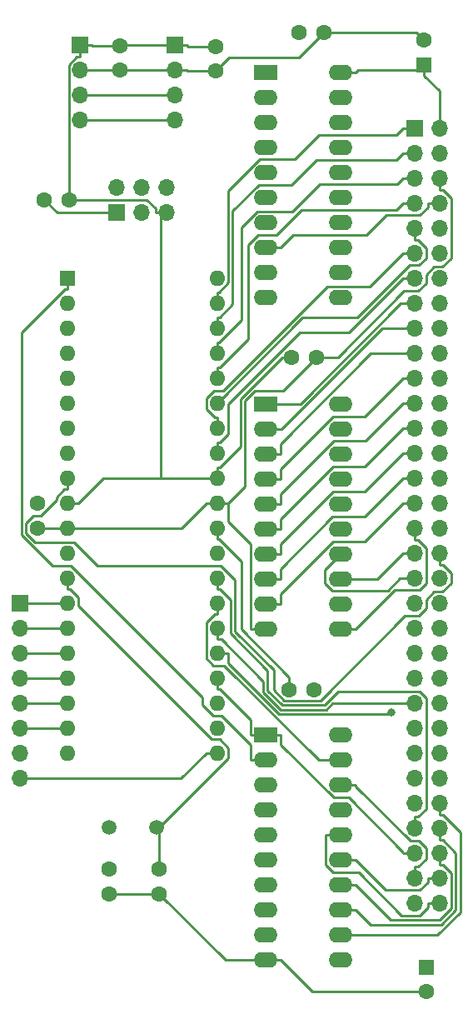
<source format=gbr>
%TF.GenerationSoftware,KiCad,Pcbnew,(6.0.2)*%
%TF.CreationDate,2022-09-22T22:37:32-07:00*%
%TF.ProjectId,Rosco I2C,526f7363-6f20-4493-9243-2e6b69636164,rev?*%
%TF.SameCoordinates,Original*%
%TF.FileFunction,Copper,L2,Bot*%
%TF.FilePolarity,Positive*%
%FSLAX46Y46*%
G04 Gerber Fmt 4.6, Leading zero omitted, Abs format (unit mm)*
G04 Created by KiCad (PCBNEW (6.0.2)) date 2022-09-22 22:37:32*
%MOMM*%
%LPD*%
G01*
G04 APERTURE LIST*
%TA.AperFunction,ComponentPad*%
%ADD10C,1.600000*%
%TD*%
%TA.AperFunction,ComponentPad*%
%ADD11R,1.700000X1.700000*%
%TD*%
%TA.AperFunction,ComponentPad*%
%ADD12O,1.700000X1.700000*%
%TD*%
%TA.AperFunction,ComponentPad*%
%ADD13R,1.600000X1.600000*%
%TD*%
%TA.AperFunction,ComponentPad*%
%ADD14R,2.400000X1.600000*%
%TD*%
%TA.AperFunction,ComponentPad*%
%ADD15O,2.400000X1.600000*%
%TD*%
%TA.AperFunction,ComponentPad*%
%ADD16O,1.600000X1.600000*%
%TD*%
%TA.AperFunction,ComponentPad*%
%ADD17C,1.500000*%
%TD*%
%TA.AperFunction,ViaPad*%
%ADD18C,0.800000*%
%TD*%
%TA.AperFunction,Conductor*%
%ADD19C,0.250000*%
%TD*%
G04 APERTURE END LIST*
D10*
%TO.P,C2,1*%
%TO.N,GND*%
X177058000Y-38100000D03*
%TO.P,C2,2*%
%TO.N,VCC*%
X179558000Y-38100000D03*
%TD*%
D11*
%TO.P,J4,1,Pin_1*%
%TO.N,GND*%
X184419000Y-39375000D03*
D12*
%TO.P,J4,2,Pin_2*%
%TO.N,/~{RESET}*%
X184419000Y-36835000D03*
%TO.P,J4,3,Pin_3*%
%TO.N,/MOSI*%
X186959000Y-39375000D03*
%TO.P,J4,4,Pin_4*%
%TO.N,/SCK*%
X186959000Y-36835000D03*
%TO.P,J4,5,Pin_5*%
%TO.N,VCC*%
X189499000Y-39375000D03*
%TO.P,J4,6,Pin_6*%
%TO.N,/MISO*%
X189499000Y-36835000D03*
%TD*%
D10*
%TO.P,C3,1*%
%TO.N,VCC*%
X201950000Y-87884000D03*
%TO.P,C3,2*%
%TO.N,GND*%
X204450000Y-87884000D03*
%TD*%
D13*
%TO.P,C12,1*%
%TO.N,VCC*%
X215646000Y-24384000D03*
D10*
%TO.P,C12,2*%
%TO.N,GND*%
X215646000Y-21884000D03*
%TD*%
D13*
%TO.P,C11,1*%
%TO.N,VCC*%
X215900000Y-116078000D03*
D10*
%TO.P,C11,2*%
%TO.N,GND*%
X215900000Y-118578000D03*
%TD*%
%TO.P,C5,1*%
%TO.N,VCC*%
X202966000Y-21082000D03*
%TO.P,C5,2*%
%TO.N,GND*%
X205466000Y-21082000D03*
%TD*%
D14*
%TO.P,U2,1,A->B*%
%TO.N,/R~{W}*%
X199560000Y-92515000D03*
D15*
%TO.P,U2,2,A0*%
%TO.N,/D0*%
X199560000Y-95055000D03*
%TO.P,U2,3,A1*%
%TO.N,/D1*%
X199560000Y-97595000D03*
%TO.P,U2,4,A2*%
%TO.N,/D2*%
X199560000Y-100135000D03*
%TO.P,U2,5,A3*%
%TO.N,/D3*%
X199560000Y-102675000D03*
%TO.P,U2,6,A4*%
%TO.N,/D4*%
X199560000Y-105215000D03*
%TO.P,U2,7,A5*%
%TO.N,/D5*%
X199560000Y-107755000D03*
%TO.P,U2,8,A6*%
%TO.N,/D6*%
X199560000Y-110295000D03*
%TO.P,U2,9,A7*%
%TO.N,/D7*%
X199560000Y-112835000D03*
%TO.P,U2,10,GND*%
%TO.N,GND*%
X199560000Y-115375000D03*
%TO.P,U2,11,B7*%
%TO.N,/BUSD7*%
X207180000Y-115375000D03*
%TO.P,U2,12,B6*%
%TO.N,/BUSD6*%
X207180000Y-112835000D03*
%TO.P,U2,13,B5*%
%TO.N,/BUSD5*%
X207180000Y-110295000D03*
%TO.P,U2,14,B4*%
%TO.N,/BUSD4*%
X207180000Y-107755000D03*
%TO.P,U2,15,B3*%
%TO.N,/BUSD3*%
X207180000Y-105215000D03*
%TO.P,U2,16,B2*%
%TO.N,/BUSD2*%
X207180000Y-102675000D03*
%TO.P,U2,17,B1*%
%TO.N,/BUSD1*%
X207180000Y-100135000D03*
%TO.P,U2,18,B0*%
%TO.N,/BUSD0*%
X207180000Y-97595000D03*
%TO.P,U2,19,CE*%
%TO.N,/~{I2CENABLE}*%
X207180000Y-95055000D03*
%TO.P,U2,20,VCC*%
%TO.N,VCC*%
X207180000Y-92515000D03*
%TD*%
D11*
%TO.P,J3,1,Pin_1*%
%TO.N,VCC*%
X190350000Y-22400000D03*
D12*
%TO.P,J3,2,Pin_2*%
%TO.N,GND*%
X190350000Y-24940000D03*
%TO.P,J3,3,Pin_3*%
%TO.N,/SDA*%
X190350000Y-27480000D03*
%TO.P,J3,4,Pin_4*%
%TO.N,/SCL*%
X190350000Y-30020000D03*
%TD*%
D10*
%TO.P,C9,1*%
%TO.N,VCC*%
X184700000Y-22450000D03*
%TO.P,C9,2*%
%TO.N,GND*%
X184700000Y-24950000D03*
%TD*%
%TO.P,C4,1*%
%TO.N,VCC*%
X202204000Y-54102000D03*
%TO.P,C4,2*%
%TO.N,GND*%
X204704000Y-54102000D03*
%TD*%
D13*
%TO.P,U1,1,PB0*%
%TO.N,/D0*%
X179375000Y-46075000D03*
D16*
%TO.P,U1,2,PB1*%
%TO.N,/D1*%
X179375000Y-48615000D03*
%TO.P,U1,3,PB2*%
%TO.N,/D2*%
X179375000Y-51155000D03*
%TO.P,U1,4,PB3*%
%TO.N,/D3*%
X179375000Y-53695000D03*
%TO.P,U1,5,PB4*%
%TO.N,/D4*%
X179375000Y-56235000D03*
%TO.P,U1,6,PB5*%
%TO.N,/D5*%
X179375000Y-58775000D03*
%TO.P,U1,7,PB6*%
%TO.N,/D6*%
X179375000Y-61315000D03*
%TO.P,U1,8,PB7*%
%TO.N,/D7*%
X179375000Y-63855000D03*
%TO.P,U1,9,~{RESET}*%
%TO.N,/~{RESET}*%
X179375000Y-66395000D03*
%TO.P,U1,10,VCC*%
%TO.N,VCC*%
X179375000Y-68935000D03*
%TO.P,U1,11,GND*%
%TO.N,GND*%
X179375000Y-71475000D03*
%TO.P,U1,12,XTAL2*%
%TO.N,Net-(C6-Pad2)*%
X179375000Y-74015000D03*
%TO.P,U1,13,XTAL1*%
%TO.N,Net-(C1-Pad2)*%
X179375000Y-76555000D03*
%TO.P,U1,14,PD0*%
%TO.N,Net-(J5-Pad1)*%
X179375000Y-79095000D03*
%TO.P,U1,15,PD1*%
%TO.N,Net-(J5-Pad2)*%
X179375000Y-81635000D03*
%TO.P,U1,16,PD2*%
%TO.N,Net-(J5-Pad3)*%
X179375000Y-84175000D03*
%TO.P,U1,17,PD3*%
%TO.N,Net-(J5-Pad4)*%
X179375000Y-86715000D03*
%TO.P,U1,18,PD4*%
%TO.N,Net-(J5-Pad5)*%
X179375000Y-89255000D03*
%TO.P,U1,19,PD5*%
%TO.N,Net-(J5-Pad6)*%
X179375000Y-91795000D03*
%TO.P,U1,20,PD6*%
%TO.N,Net-(J5-Pad7)*%
X179375000Y-94335000D03*
%TO.P,U1,21,PD7*%
%TO.N,Net-(J5-Pad8)*%
X194615000Y-94335000D03*
%TO.P,U1,22,PC0*%
%TO.N,/SCL*%
X194615000Y-91795000D03*
%TO.P,U1,23,PC1*%
%TO.N,/SDA*%
X194615000Y-89255000D03*
%TO.P,U1,24,PC2*%
%TO.N,/R~{W}*%
X194615000Y-86715000D03*
%TO.P,U1,25,PC3*%
%TO.N,/~{LDS}*%
X194615000Y-84175000D03*
%TO.P,U1,26,PC4*%
%TO.N,/~{AS}*%
X194615000Y-81635000D03*
%TO.P,U1,27,PC5*%
%TO.N,/~{I2CENABLE}*%
X194615000Y-79095000D03*
%TO.P,U1,28,PC6*%
%TO.N,/~{DTACK}*%
X194615000Y-76555000D03*
%TO.P,U1,29,PC7*%
%TO.N,unconnected-(U1-Pad29)*%
X194615000Y-74015000D03*
%TO.P,U1,30,AVCC*%
%TO.N,VCC*%
X194615000Y-71475000D03*
%TO.P,U1,31,GND*%
%TO.N,GND*%
X194615000Y-68935000D03*
%TO.P,U1,32,AREF*%
%TO.N,VCC*%
X194615000Y-66395000D03*
%TO.P,U1,33,PA7*%
%TO.N,/A7*%
X194615000Y-63855000D03*
%TO.P,U1,34,PA6*%
%TO.N,/A6*%
X194615000Y-61315000D03*
%TO.P,U1,35,PA5*%
%TO.N,/A5*%
X194615000Y-58775000D03*
%TO.P,U1,36,PA4*%
%TO.N,/A4*%
X194615000Y-56235000D03*
%TO.P,U1,37,PA3*%
%TO.N,/A3*%
X194615000Y-53695000D03*
%TO.P,U1,38,PA2*%
%TO.N,/A2*%
X194615000Y-51155000D03*
%TO.P,U1,39,PA1*%
%TO.N,/A1*%
X194615000Y-48615000D03*
%TO.P,U1,40,PA0*%
%TO.N,unconnected-(U1-Pad40)*%
X194615000Y-46075000D03*
%TD*%
D10*
%TO.P,C8,1*%
%TO.N,VCC*%
X194450000Y-22500000D03*
%TO.P,C8,2*%
%TO.N,GND*%
X194450000Y-25000000D03*
%TD*%
D14*
%TO.P,U4,1,I1/CLK*%
%TO.N,/~{I2CSEL}*%
X199550000Y-25200000D03*
D15*
%TO.P,U4,2,I2*%
%TO.N,/R~{W}*%
X199550000Y-27740000D03*
%TO.P,U4,3,I3*%
%TO.N,/~{AS}*%
X199550000Y-30280000D03*
%TO.P,U4,4,I4*%
%TO.N,/~{LDS}*%
X199550000Y-32820000D03*
%TO.P,U4,5,I5*%
%TO.N,/FC0*%
X199550000Y-35360000D03*
%TO.P,U4,6,I6*%
%TO.N,/FC1*%
X199550000Y-37900000D03*
%TO.P,U4,7,I7*%
%TO.N,/FC2*%
X199550000Y-40440000D03*
%TO.P,U4,8,I8*%
%TO.N,/~{VPA}*%
X199550000Y-42980000D03*
%TO.P,U4,9,I9*%
%TO.N,unconnected-(U4-Pad9)*%
X199550000Y-45520000D03*
%TO.P,U4,10,GND*%
%TO.N,GND*%
X199550000Y-48060000D03*
%TO.P,U4,11,I10/~{OE}*%
%TO.N,unconnected-(U4-Pad11)*%
X207170000Y-48060000D03*
%TO.P,U4,12,IO8*%
%TO.N,unconnected-(U4-Pad12)*%
X207170000Y-45520000D03*
%TO.P,U4,13,IO7*%
%TO.N,unconnected-(U4-Pad13)*%
X207170000Y-42980000D03*
%TO.P,U4,14,IO6*%
%TO.N,unconnected-(U4-Pad14)*%
X207170000Y-40440000D03*
%TO.P,U4,15,IO5*%
%TO.N,unconnected-(U4-Pad15)*%
X207170000Y-37900000D03*
%TO.P,U4,16,IO4*%
%TO.N,unconnected-(U4-Pad16)*%
X207170000Y-35360000D03*
%TO.P,U4,17,I03*%
%TO.N,unconnected-(U4-Pad17)*%
X207170000Y-32820000D03*
%TO.P,U4,18,IO2*%
%TO.N,unconnected-(U4-Pad18)*%
X207170000Y-30280000D03*
%TO.P,U4,19,IO1*%
%TO.N,/~{I2CENABLE}*%
X207170000Y-27740000D03*
%TO.P,U4,20,VCC*%
%TO.N,VCC*%
X207170000Y-25200000D03*
%TD*%
D10*
%TO.P,C1,1*%
%TO.N,GND*%
X188740000Y-108642000D03*
%TO.P,C1,2*%
%TO.N,Net-(C1-Pad2)*%
X188740000Y-106142000D03*
%TD*%
D11*
%TO.P,J1,1,Pin_1*%
%TO.N,VCC*%
X180700000Y-22400000D03*
D12*
%TO.P,J1,2,Pin_2*%
%TO.N,GND*%
X180700000Y-24940000D03*
%TO.P,J1,3,Pin_3*%
%TO.N,/SDA*%
X180700000Y-27480000D03*
%TO.P,J1,4,Pin_4*%
%TO.N,/SCL*%
X180700000Y-30020000D03*
%TD*%
D14*
%TO.P,U3,1,I1/CLK*%
%TO.N,/A8*%
X199550000Y-58857500D03*
D15*
%TO.P,U3,2,I2*%
%TO.N,/A9*%
X199550000Y-61397500D03*
%TO.P,U3,3,I3*%
%TO.N,/A10*%
X199550000Y-63937500D03*
%TO.P,U3,4,I4*%
%TO.N,/A11*%
X199550000Y-66477500D03*
%TO.P,U3,5,I5*%
%TO.N,/A12*%
X199550000Y-69017500D03*
%TO.P,U3,6,I6*%
%TO.N,/A13*%
X199550000Y-71557500D03*
%TO.P,U3,7,I7*%
%TO.N,/A14*%
X199550000Y-74097500D03*
%TO.P,U3,8,I8*%
%TO.N,/A15*%
X199550000Y-76637500D03*
%TO.P,U3,9,I9*%
%TO.N,/A16*%
X199550000Y-79177500D03*
%TO.P,U3,10,GND*%
%TO.N,GND*%
X199550000Y-81717500D03*
%TO.P,U3,11,I10/~{OE}*%
%TO.N,/A17*%
X207170000Y-81717500D03*
%TO.P,U3,12,IO8*%
%TO.N,/~{I2CSEL}*%
X207170000Y-79177500D03*
%TO.P,U3,13,IO7*%
%TO.N,/A18*%
X207170000Y-76637500D03*
%TO.P,U3,14,IO6*%
%TO.N,/A19*%
X207170000Y-74097500D03*
%TO.P,U3,15,IO5*%
%TO.N,/A20*%
X207170000Y-71557500D03*
%TO.P,U3,16,IO4*%
%TO.N,/A21*%
X207170000Y-69017500D03*
%TO.P,U3,17,I03*%
%TO.N,/A22*%
X207170000Y-66477500D03*
%TO.P,U3,18,IO2*%
%TO.N,/A23*%
X207170000Y-63937500D03*
%TO.P,U3,19,IO1*%
%TO.N,unconnected-(U3-Pad19)*%
X207170000Y-61397500D03*
%TO.P,U3,20,VCC*%
%TO.N,VCC*%
X207170000Y-58857500D03*
%TD*%
D10*
%TO.P,C6,1*%
%TO.N,GND*%
X183660000Y-108642000D03*
%TO.P,C6,2*%
%TO.N,Net-(C6-Pad2)*%
X183660000Y-106142000D03*
%TD*%
%TO.P,C7,1*%
%TO.N,VCC*%
X176300000Y-68950000D03*
%TO.P,C7,2*%
%TO.N,GND*%
X176300000Y-71450000D03*
%TD*%
D11*
%TO.P,J2,1,Pin_1*%
%TO.N,/A1*%
X214662000Y-30866000D03*
D12*
%TO.P,J2,2,Pin_2*%
%TO.N,VCC*%
X217202000Y-30866000D03*
%TO.P,J2,3,Pin_3*%
%TO.N,/A2*%
X214662000Y-33406000D03*
%TO.P,J2,4,Pin_4*%
%TO.N,/CLK*%
X217202000Y-33406000D03*
%TO.P,J2,5,Pin_5*%
%TO.N,/A3*%
X214662000Y-35946000D03*
%TO.P,J2,6,Pin_6*%
%TO.N,GND*%
X217202000Y-35946000D03*
%TO.P,J2,7,Pin_7*%
%TO.N,/A4*%
X214662000Y-38486000D03*
%TO.P,J2,8,Pin_8*%
%TO.N,/~{VPA}*%
X217202000Y-38486000D03*
%TO.P,J2,9,Pin_9*%
%TO.N,/A5*%
X214662000Y-41026000D03*
%TO.P,J2,10,Pin_10*%
%TO.N,/E*%
X217202000Y-41026000D03*
%TO.P,J2,11,Pin_11*%
%TO.N,/A6*%
X214662000Y-43566000D03*
%TO.P,J2,12,Pin_12*%
%TO.N,/~{VMA}*%
X217202000Y-43566000D03*
%TO.P,J2,13,Pin_13*%
%TO.N,/A7*%
X214662000Y-46106000D03*
%TO.P,J2,14,Pin_14*%
%TO.N,/~{IRQ3}*%
X217202000Y-46106000D03*
%TO.P,J2,15,Pin_15*%
%TO.N,/A8*%
X214662000Y-48646000D03*
%TO.P,J2,16,Pin_16*%
%TO.N,/~{IOSEL}*%
X217202000Y-48646000D03*
%TO.P,J2,17,Pin_17*%
%TO.N,/A9*%
X214662000Y-51186000D03*
%TO.P,J2,18,Pin_18*%
%TO.N,/~{EXPSEL}*%
X217202000Y-51186000D03*
%TO.P,J2,19,Pin_19*%
%TO.N,/A10*%
X214662000Y-53726000D03*
%TO.P,J2,20,Pin_20*%
%TO.N,/FC0*%
X217202000Y-53726000D03*
%TO.P,J2,21,Pin_21*%
%TO.N,/A11*%
X214662000Y-56266000D03*
%TO.P,J2,22,Pin_22*%
%TO.N,/FC1*%
X217202000Y-56266000D03*
%TO.P,J2,23,Pin_23*%
%TO.N,/A12*%
X214662000Y-58806000D03*
%TO.P,J2,24,Pin_24*%
%TO.N,/FC2*%
X217202000Y-58806000D03*
%TO.P,J2,25,Pin_25*%
%TO.N,/A13*%
X214662000Y-61346000D03*
%TO.P,J2,26,Pin_26*%
%TO.N,/~{IRQ5}*%
X217202000Y-61346000D03*
%TO.P,J2,27,Pin_27*%
%TO.N,/A14*%
X214662000Y-63886000D03*
%TO.P,J2,28,Pin_28*%
%TO.N,/~{IRQ2}*%
X217202000Y-63886000D03*
%TO.P,J2,29,Pin_29*%
%TO.N,/A15*%
X214662000Y-66426000D03*
%TO.P,J2,30,Pin_30*%
%TO.N,/~{IRQ6}*%
X217202000Y-66426000D03*
%TO.P,J2,31,Pin_31*%
%TO.N,/A16*%
X214662000Y-68966000D03*
%TO.P,J2,32,Pin_32*%
%TO.N,/~{LDS}*%
X217202000Y-68966000D03*
%TO.P,J2,33,Pin_33*%
%TO.N,/A17*%
X214662000Y-71506000D03*
%TO.P,J2,34,Pin_34*%
%TO.N,/~{UDS}*%
X217202000Y-71506000D03*
%TO.P,J2,35,Pin_35*%
%TO.N,/A18*%
X214662000Y-74046000D03*
%TO.P,J2,36,Pin_36*%
%TO.N,/~{RESET}*%
X217202000Y-74046000D03*
%TO.P,J2,37,Pin_37*%
%TO.N,/A19*%
X214662000Y-76586000D03*
%TO.P,J2,38,Pin_38*%
%TO.N,/D15*%
X217202000Y-76586000D03*
%TO.P,J2,39,Pin_39*%
%TO.N,/A20*%
X214662000Y-79126000D03*
%TO.P,J2,40,Pin_40*%
%TO.N,/D14*%
X217202000Y-79126000D03*
%TO.P,J2,41,Pin_41*%
%TO.N,/A21*%
X214662000Y-81666000D03*
%TO.P,J2,42,Pin_42*%
%TO.N,/D13*%
X217202000Y-81666000D03*
%TO.P,J2,43,Pin_43*%
%TO.N,/A22*%
X214662000Y-84206000D03*
%TO.P,J2,44,Pin_44*%
%TO.N,/D12*%
X217202000Y-84206000D03*
%TO.P,J2,45,Pin_45*%
%TO.N,/A23*%
X214662000Y-86746000D03*
%TO.P,J2,46,Pin_46*%
%TO.N,/D11*%
X217202000Y-86746000D03*
%TO.P,J2,47,Pin_47*%
%TO.N,/~{AS}*%
X214662000Y-89286000D03*
%TO.P,J2,48,Pin_48*%
%TO.N,/D10*%
X217202000Y-89286000D03*
%TO.P,J2,49,Pin_49*%
%TO.N,/~{BERR}*%
X214662000Y-91826000D03*
%TO.P,J2,50,Pin_50*%
%TO.N,/D9*%
X217202000Y-91826000D03*
%TO.P,J2,51,Pin_51*%
%TO.N,/~{BG}*%
X214662000Y-94366000D03*
%TO.P,J2,52,Pin_52*%
%TO.N,/D8*%
X217202000Y-94366000D03*
%TO.P,J2,53,Pin_53*%
%TO.N,/~{BGACK}*%
X214662000Y-96906000D03*
%TO.P,J2,54,Pin_54*%
%TO.N,/BUSD7*%
X217202000Y-96906000D03*
%TO.P,J2,55,Pin_55*%
%TO.N,/~{BR}*%
X214662000Y-99446000D03*
%TO.P,J2,56,Pin_56*%
%TO.N,/BUSD6*%
X217202000Y-99446000D03*
%TO.P,J2,57,Pin_57*%
%TO.N,/~{DTACK}*%
X214662000Y-101986000D03*
%TO.P,J2,58,Pin_58*%
%TO.N,/BUSD5*%
X217202000Y-101986000D03*
%TO.P,J2,59,Pin_59*%
%TO.N,/R~{W}*%
X214662000Y-104526000D03*
%TO.P,J2,60,Pin_60*%
%TO.N,/BUSD4*%
X217202000Y-104526000D03*
%TO.P,J2,61,Pin_61*%
%TO.N,/BUSD0*%
X214662000Y-107066000D03*
%TO.P,J2,62,Pin_62*%
%TO.N,/BUSD3*%
X217202000Y-107066000D03*
%TO.P,J2,63,Pin_63*%
%TO.N,/BUSD1*%
X214662000Y-109606000D03*
%TO.P,J2,64,Pin_64*%
%TO.N,/BUSD2*%
X217202000Y-109606000D03*
%TD*%
D11*
%TO.P,J5,1,Pin_1*%
%TO.N,Net-(J5-Pad1)*%
X174525000Y-79125000D03*
D12*
%TO.P,J5,2,Pin_2*%
%TO.N,Net-(J5-Pad2)*%
X174525000Y-81665000D03*
%TO.P,J5,3,Pin_3*%
%TO.N,Net-(J5-Pad3)*%
X174525000Y-84205000D03*
%TO.P,J5,4,Pin_4*%
%TO.N,Net-(J5-Pad4)*%
X174525000Y-86745000D03*
%TO.P,J5,5,Pin_5*%
%TO.N,Net-(J5-Pad5)*%
X174525000Y-89285000D03*
%TO.P,J5,6,Pin_6*%
%TO.N,Net-(J5-Pad6)*%
X174525000Y-91825000D03*
%TO.P,J5,7,Pin_7*%
%TO.N,Net-(J5-Pad7)*%
X174525000Y-94365000D03*
%TO.P,J5,8,Pin_8*%
%TO.N,Net-(J5-Pad8)*%
X174525000Y-96905000D03*
%TD*%
D17*
%TO.P,Y1,1,1*%
%TO.N,Net-(C6-Pad2)*%
X183600000Y-101850000D03*
%TO.P,Y1,2,2*%
%TO.N,Net-(C1-Pad2)*%
X188480000Y-101850000D03*
%TD*%
D18*
%TO.N,/~{LDS}*%
X212332500Y-90219700D03*
%TD*%
D19*
%TO.N,Net-(J5-Pad8)*%
X190919700Y-96905000D02*
X193489700Y-94335000D01*
X174525000Y-96905000D02*
X190919700Y-96905000D01*
X194615000Y-94335000D02*
X193489700Y-94335000D01*
%TO.N,Net-(J5-Pad6)*%
X178219700Y-91825000D02*
X178249700Y-91795000D01*
X174525000Y-91825000D02*
X178219700Y-91825000D01*
X179375000Y-91795000D02*
X178249700Y-91795000D01*
%TO.N,Net-(J5-Pad5)*%
X178219700Y-89285000D02*
X178249700Y-89255000D01*
X174525000Y-89285000D02*
X178219700Y-89285000D01*
X179375000Y-89255000D02*
X178249700Y-89255000D01*
%TO.N,Net-(J5-Pad4)*%
X178219700Y-86745000D02*
X178249700Y-86715000D01*
X174525000Y-86745000D02*
X178219700Y-86745000D01*
X179375000Y-86715000D02*
X178249700Y-86715000D01*
%TO.N,Net-(J5-Pad3)*%
X178219700Y-84205000D02*
X178249700Y-84175000D01*
X174525000Y-84205000D02*
X178219700Y-84205000D01*
X179375000Y-84175000D02*
X178249700Y-84175000D01*
%TO.N,Net-(J5-Pad2)*%
X178219700Y-81665000D02*
X178249700Y-81635000D01*
X174525000Y-81665000D02*
X178219700Y-81665000D01*
X179375000Y-81635000D02*
X178249700Y-81635000D01*
%TO.N,Net-(J5-Pad1)*%
X178219700Y-79125000D02*
X178249700Y-79095000D01*
X174525000Y-79125000D02*
X178219700Y-79125000D01*
X179375000Y-79095000D02*
X178249700Y-79095000D01*
%TO.N,/~{I2CENABLE}*%
X207180000Y-95055000D02*
X205654700Y-95055000D01*
X194615000Y-79095000D02*
X194615000Y-80220300D01*
X204931400Y-95055000D02*
X205654700Y-95055000D01*
X195321400Y-85445000D02*
X204931400Y-95055000D01*
X194229600Y-85445000D02*
X195321400Y-85445000D01*
X193489700Y-84705100D02*
X194229600Y-85445000D01*
X193489700Y-81064200D02*
X193489700Y-84705100D01*
X194333600Y-80220300D02*
X193489700Y-81064200D01*
X194615000Y-80220300D02*
X194333600Y-80220300D01*
%TO.N,Net-(C1-Pad2)*%
X179375000Y-76555000D02*
X179375000Y-77680300D01*
X188726300Y-106128300D02*
X188740000Y-106142000D01*
X188726300Y-101850000D02*
X188726300Y-106128300D01*
X188480000Y-101850000D02*
X188726300Y-101850000D01*
X179656400Y-77680300D02*
X179375000Y-77680300D01*
X180500300Y-78524200D02*
X179656400Y-77680300D01*
X180500300Y-79352300D02*
X180500300Y-78524200D01*
X194068400Y-92920400D02*
X180500300Y-79352300D01*
X194845800Y-92920400D02*
X194068400Y-92920400D01*
X195767300Y-93841900D02*
X194845800Y-92920400D01*
X195767300Y-94809000D02*
X195767300Y-93841900D01*
X188726300Y-101850000D02*
X195767300Y-94809000D01*
%TO.N,/D0*%
X198034700Y-93529700D02*
X198034700Y-95055000D01*
X195030000Y-90525000D02*
X198034700Y-93529700D01*
X194213200Y-90525000D02*
X195030000Y-90525000D01*
X193076400Y-89388200D02*
X194213200Y-90525000D01*
X193076400Y-88642500D02*
X193076400Y-89388200D01*
X179718800Y-75284900D02*
X193076400Y-88642500D01*
X177849900Y-75284900D02*
X179718800Y-75284900D01*
X174691800Y-72126800D02*
X177849900Y-75284900D01*
X174691800Y-51602200D02*
X174691800Y-72126800D01*
X179093700Y-47200300D02*
X174691800Y-51602200D01*
X179375000Y-47200300D02*
X179093700Y-47200300D01*
X179375000Y-46075000D02*
X179375000Y-47200300D01*
X199560000Y-95055000D02*
X198034700Y-95055000D01*
%TO.N,/BUSD2*%
X205654700Y-105721300D02*
X205654700Y-102675000D01*
X206418400Y-106485000D02*
X205654700Y-105721300D01*
X208996600Y-106485000D02*
X206418400Y-106485000D01*
X213335800Y-110824200D02*
X208996600Y-106485000D01*
X215175500Y-110824200D02*
X213335800Y-110824200D01*
X216026700Y-109973000D02*
X215175500Y-110824200D01*
X216026700Y-109606000D02*
X216026700Y-109973000D01*
X217202000Y-109606000D02*
X216026700Y-109606000D01*
X207180000Y-102675000D02*
X205654700Y-102675000D01*
%TO.N,/BUSD3*%
X211752100Y-108261800D02*
X208705300Y-105215000D01*
X215198200Y-108261800D02*
X211752100Y-108261800D01*
X216026700Y-107433300D02*
X215198200Y-108261800D01*
X216026700Y-107066000D02*
X216026700Y-107433300D01*
X217202000Y-107066000D02*
X216026700Y-107066000D01*
X207180000Y-105215000D02*
X208705300Y-105215000D01*
%TO.N,/BUSD0*%
X208705300Y-97730400D02*
X208705300Y-97595000D01*
X214230900Y-103256000D02*
X208705300Y-97730400D01*
X215093000Y-103256000D02*
X214230900Y-103256000D01*
X215837400Y-104000400D02*
X215093000Y-103256000D01*
X215837400Y-105082600D02*
X215837400Y-104000400D01*
X215029300Y-105890700D02*
X215837400Y-105082600D01*
X214662000Y-105890700D02*
X215029300Y-105890700D01*
X214662000Y-107066000D02*
X214662000Y-105890700D01*
X207180000Y-97595000D02*
X208705300Y-97595000D01*
%TO.N,/BUSD4*%
X217202000Y-104526000D02*
X217202000Y-105701300D01*
X207180000Y-107755000D02*
X208705300Y-107755000D01*
X212224800Y-111274500D02*
X208705300Y-107755000D01*
X217229700Y-111274500D02*
X212224800Y-111274500D01*
X218387500Y-110116700D02*
X217229700Y-111274500D01*
X218387500Y-106519500D02*
X218387500Y-110116700D01*
X217569300Y-105701300D02*
X218387500Y-106519500D01*
X217202000Y-105701300D02*
X217569300Y-105701300D01*
%TO.N,/R~{W}*%
X201085300Y-93499600D02*
X201085300Y-92515000D01*
X206450700Y-98865000D02*
X201085300Y-93499600D01*
X207972600Y-98865000D02*
X206450700Y-98865000D01*
X213486700Y-104379100D02*
X207972600Y-98865000D01*
X213486700Y-104526000D02*
X213486700Y-104379100D01*
X214662000Y-104526000D02*
X213486700Y-104526000D01*
X199560000Y-92515000D02*
X201085300Y-92515000D01*
X198034700Y-90989700D02*
X198034700Y-92515000D01*
X194885300Y-87840300D02*
X198034700Y-90989700D01*
X194615000Y-87840300D02*
X194885300Y-87840300D01*
X194615000Y-86715000D02*
X194615000Y-87840300D01*
X199560000Y-92515000D02*
X198034700Y-92515000D01*
%TO.N,/BUSD5*%
X210174100Y-111763800D02*
X208705300Y-110295000D01*
X217377300Y-111763800D02*
X210174100Y-111763800D01*
X218877600Y-110263500D02*
X217377300Y-111763800D01*
X218877600Y-104469600D02*
X218877600Y-110263500D01*
X217569300Y-103161300D02*
X218877600Y-104469600D01*
X217202000Y-103161300D02*
X217569300Y-103161300D01*
X217202000Y-101986000D02*
X217202000Y-103161300D01*
X207180000Y-110295000D02*
X208705300Y-110295000D01*
%TO.N,/~{DTACK}*%
X214662000Y-101986000D02*
X214662000Y-100810700D01*
X194615000Y-76555000D02*
X194615000Y-77680300D01*
X215029300Y-100810700D02*
X214662000Y-100810700D01*
X215837400Y-100002600D02*
X215029300Y-100810700D01*
X215837400Y-88760400D02*
X215837400Y-100002600D01*
X215186000Y-88109000D02*
X215837400Y-88760400D01*
X206868000Y-88109000D02*
X215186000Y-88109000D01*
X205516100Y-89460900D02*
X206868000Y-88109000D01*
X201248000Y-89460900D02*
X205516100Y-89460900D01*
X199745100Y-87958000D02*
X201248000Y-89460900D01*
X199745100Y-85930900D02*
X199745100Y-87958000D01*
X195965500Y-82151300D02*
X199745100Y-85930900D01*
X195965500Y-78749400D02*
X195965500Y-82151300D01*
X194896400Y-77680300D02*
X195965500Y-78749400D01*
X194615000Y-77680300D02*
X194896400Y-77680300D01*
%TO.N,/BUSD6*%
X216992800Y-112835000D02*
X207180000Y-112835000D01*
X219328000Y-110499800D02*
X216992800Y-112835000D01*
X219328000Y-102380000D02*
X219328000Y-110499800D01*
X217569300Y-100621300D02*
X219328000Y-102380000D01*
X217202000Y-100621300D02*
X217569300Y-100621300D01*
X217202000Y-99446000D02*
X217202000Y-100621300D01*
%TO.N,/~{AS}*%
X214662000Y-89286000D02*
X213486700Y-89286000D01*
X194615000Y-81635000D02*
X194615000Y-82760300D01*
X206328000Y-89286000D02*
X213486700Y-89286000D01*
X205702800Y-89911200D02*
X206328000Y-89286000D01*
X201061400Y-89911200D02*
X205702800Y-89911200D01*
X199294800Y-88144600D02*
X201061400Y-89911200D01*
X199294800Y-87018100D02*
X199294800Y-88144600D01*
X195037000Y-82760300D02*
X199294800Y-87018100D01*
X194615000Y-82760300D02*
X195037000Y-82760300D01*
%TO.N,/A19*%
X205589200Y-75678300D02*
X207170000Y-74097500D01*
X205589200Y-77099500D02*
X205589200Y-75678300D01*
X206288700Y-77799000D02*
X205589200Y-77099500D01*
X211976900Y-77799000D02*
X206288700Y-77799000D01*
X213189900Y-76586000D02*
X211976900Y-77799000D01*
X214662000Y-76586000D02*
X213189900Y-76586000D01*
%TO.N,/~{RESET}*%
X217202000Y-74046000D02*
X217202000Y-75221300D01*
X179375000Y-66395000D02*
X179375000Y-67520300D01*
X179074700Y-67520300D02*
X179375000Y-67520300D01*
X178249700Y-68345300D02*
X179074700Y-67520300D01*
X178249700Y-68620500D02*
X178249700Y-68345300D01*
X176670200Y-70200000D02*
X178249700Y-68620500D01*
X175946000Y-70200000D02*
X176670200Y-70200000D01*
X175157800Y-70988200D02*
X175946000Y-70200000D01*
X175157800Y-71955800D02*
X175157800Y-70988200D01*
X176091700Y-72889700D02*
X175157800Y-71955800D01*
X180049900Y-72889700D02*
X176091700Y-72889700D01*
X182445200Y-75285000D02*
X180049900Y-72889700D01*
X194989700Y-75285000D02*
X182445200Y-75285000D01*
X196430500Y-76725800D02*
X194989700Y-75285000D01*
X196430500Y-81979400D02*
X196430500Y-76725800D01*
X200354700Y-85903600D02*
X196430500Y-81979400D01*
X200354700Y-87930700D02*
X200354700Y-85903600D01*
X201434600Y-89010600D02*
X200354700Y-87930700D01*
X205104600Y-89010600D02*
X201434600Y-89010600D01*
X213719200Y-80396000D02*
X205104600Y-89010600D01*
X215076200Y-80396000D02*
X213719200Y-80396000D01*
X215898600Y-79573600D02*
X215076200Y-80396000D01*
X215898600Y-78728400D02*
X215898600Y-79573600D01*
X216676400Y-77950600D02*
X215898600Y-78728400D01*
X217525300Y-77950600D02*
X216676400Y-77950600D01*
X218394400Y-77081500D02*
X217525300Y-77950600D01*
X218394400Y-76046400D02*
X218394400Y-77081500D01*
X217569300Y-75221300D02*
X218394400Y-76046400D01*
X217202000Y-75221300D02*
X217569300Y-75221300D01*
%TO.N,/A18*%
X210895200Y-76637500D02*
X207170000Y-76637500D01*
X213486700Y-74046000D02*
X210895200Y-76637500D01*
X214662000Y-74046000D02*
X213486700Y-74046000D01*
%TO.N,/A17*%
X212642500Y-77770300D02*
X208695300Y-81717500D01*
X215169600Y-77770300D02*
X212642500Y-77770300D01*
X215862200Y-77077700D02*
X215169600Y-77770300D01*
X215862200Y-73514200D02*
X215862200Y-77077700D01*
X215029300Y-72681300D02*
X215862200Y-73514200D01*
X214662000Y-72681300D02*
X215029300Y-72681300D01*
X214662000Y-71506000D02*
X214662000Y-72681300D01*
X207170000Y-81717500D02*
X208695300Y-81717500D01*
%TO.N,/~{LDS}*%
X194615000Y-84175000D02*
X195740300Y-84175000D01*
X212190700Y-90361500D02*
X212332500Y-90219700D01*
X200874800Y-90361500D02*
X212190700Y-90361500D01*
X195740300Y-85227000D02*
X200874800Y-90361500D01*
X195740300Y-84175000D02*
X195740300Y-85227000D01*
%TO.N,/A16*%
X201075300Y-78128900D02*
X201075300Y-79177500D01*
X206376700Y-72827500D02*
X201075300Y-78128900D01*
X209625200Y-72827500D02*
X206376700Y-72827500D01*
X213486700Y-68966000D02*
X209625200Y-72827500D01*
X214662000Y-68966000D02*
X213486700Y-68966000D01*
X199550000Y-79177500D02*
X201075300Y-79177500D01*
%TO.N,/A15*%
X201075300Y-75588900D02*
X201075300Y-76637500D01*
X206333600Y-70330600D02*
X201075300Y-75588900D01*
X209582100Y-70330600D02*
X206333600Y-70330600D01*
X213486700Y-66426000D02*
X209582100Y-70330600D01*
X214662000Y-66426000D02*
X213486700Y-66426000D01*
X199550000Y-76637500D02*
X201075300Y-76637500D01*
%TO.N,/A14*%
X201075300Y-73048900D02*
X201075300Y-74097500D01*
X206376700Y-67747500D02*
X201075300Y-73048900D01*
X209625200Y-67747500D02*
X206376700Y-67747500D01*
X213486700Y-63886000D02*
X209625200Y-67747500D01*
X214662000Y-63886000D02*
X213486700Y-63886000D01*
X199550000Y-74097500D02*
X201075300Y-74097500D01*
%TO.N,/A13*%
X201075300Y-70508900D02*
X201075300Y-71557500D01*
X206376700Y-65207500D02*
X201075300Y-70508900D01*
X209625200Y-65207500D02*
X206376700Y-65207500D01*
X213486700Y-61346000D02*
X209625200Y-65207500D01*
X214662000Y-61346000D02*
X213486700Y-61346000D01*
X199550000Y-71557500D02*
X201075300Y-71557500D01*
%TO.N,/A12*%
X209725500Y-62567200D02*
X213486700Y-58806000D01*
X206477000Y-62567200D02*
X209725500Y-62567200D01*
X201075300Y-67968900D02*
X206477000Y-62567200D01*
X201075300Y-69017500D02*
X201075300Y-67968900D01*
X199550000Y-69017500D02*
X201075300Y-69017500D01*
X214662000Y-58806000D02*
X213486700Y-58806000D01*
%TO.N,/A11*%
X201075300Y-65476500D02*
X201075300Y-66477500D01*
X206424300Y-60127500D02*
X201075300Y-65476500D01*
X209625200Y-60127500D02*
X206424300Y-60127500D01*
X213486700Y-56266000D02*
X209625200Y-60127500D01*
X214662000Y-56266000D02*
X213486700Y-56266000D01*
X199550000Y-66477500D02*
X201075300Y-66477500D01*
%TO.N,/A10*%
X201075300Y-62888900D02*
X201075300Y-63937500D01*
X210238200Y-53726000D02*
X201075300Y-62888900D01*
X214662000Y-53726000D02*
X210238200Y-53726000D01*
X199550000Y-63937500D02*
X201075300Y-63937500D01*
%TO.N,/A9*%
X199550000Y-61397500D02*
X201075300Y-61397500D01*
X211377300Y-51186000D02*
X214662000Y-51186000D01*
X201165800Y-61397500D02*
X211377300Y-51186000D01*
X201075300Y-61397500D02*
X201165800Y-61397500D01*
%TO.N,/A8*%
X203068900Y-58857500D02*
X199550000Y-58857500D01*
X213280400Y-48646000D02*
X203068900Y-58857500D01*
X214662000Y-48646000D02*
X213280400Y-48646000D01*
%TO.N,/A7*%
X194896400Y-62729700D02*
X194615000Y-62729700D01*
X195740300Y-61885800D02*
X194896400Y-62729700D01*
X195740300Y-58888300D02*
X195740300Y-61885800D01*
X203031200Y-51597400D02*
X195740300Y-58888300D01*
X207995300Y-51597400D02*
X203031200Y-51597400D01*
X213486700Y-46106000D02*
X207995300Y-51597400D01*
X214662000Y-46106000D02*
X213486700Y-46106000D01*
X194615000Y-63855000D02*
X194615000Y-62729700D01*
%TO.N,/A6*%
X194333600Y-60189700D02*
X194615000Y-60189700D01*
X193489700Y-59345800D02*
X194333600Y-60189700D01*
X193489700Y-58308500D02*
X193489700Y-59345800D01*
X194293200Y-57505000D02*
X193489700Y-58308500D01*
X195248100Y-57505000D02*
X194293200Y-57505000D01*
X205818400Y-46934700D02*
X195248100Y-57505000D01*
X210118000Y-46934700D02*
X205818400Y-46934700D01*
X213486700Y-43566000D02*
X210118000Y-46934700D01*
X214662000Y-43566000D02*
X213486700Y-43566000D01*
X194615000Y-61315000D02*
X194615000Y-60189700D01*
%TO.N,/A5*%
X203303600Y-50086400D02*
X194615000Y-58775000D01*
X208869400Y-50086400D02*
X203303600Y-50086400D01*
X214214400Y-44741400D02*
X208869400Y-50086400D01*
X215151400Y-44741400D02*
X214214400Y-44741400D01*
X215837400Y-44055400D02*
X215151400Y-44741400D01*
X215837400Y-43009400D02*
X215837400Y-44055400D01*
X215029300Y-42201300D02*
X215837400Y-43009400D01*
X214662000Y-42201300D02*
X215029300Y-42201300D01*
X214662000Y-41026000D02*
X214662000Y-42201300D01*
%TO.N,/~{VPA}*%
X202345300Y-41710000D02*
X201075300Y-42980000D01*
X209796400Y-41710000D02*
X202345300Y-41710000D01*
X211845100Y-39661300D02*
X209796400Y-41710000D01*
X215218800Y-39661300D02*
X211845100Y-39661300D01*
X216026700Y-38853400D02*
X215218800Y-39661300D01*
X216026700Y-38486000D02*
X216026700Y-38853400D01*
X217202000Y-38486000D02*
X216026700Y-38486000D01*
X199550000Y-42980000D02*
X201075300Y-42980000D01*
%TO.N,/A4*%
X194896300Y-55109700D02*
X194615000Y-55109700D01*
X197759500Y-52246500D02*
X194896300Y-55109700D01*
X197759500Y-42706600D02*
X197759500Y-52246500D01*
X198755900Y-41710200D02*
X197759500Y-42706600D01*
X200624800Y-41710200D02*
X198755900Y-41710200D01*
X203216600Y-39118400D02*
X200624800Y-41710200D01*
X212854300Y-39118400D02*
X203216600Y-39118400D01*
X213486700Y-38486000D02*
X212854300Y-39118400D01*
X214662000Y-38486000D02*
X213486700Y-38486000D01*
X194615000Y-56235000D02*
X194615000Y-55109700D01*
%TO.N,/A3*%
X194615000Y-53695000D02*
X194615000Y-52569700D01*
X214662000Y-35946000D02*
X213486700Y-35946000D01*
X194819300Y-52569700D02*
X194615000Y-52569700D01*
X197091200Y-50297800D02*
X194819300Y-52569700D01*
X197091200Y-40890200D02*
X197091200Y-50297800D01*
X198666800Y-39314600D02*
X197091200Y-40890200D01*
X202229700Y-39314600D02*
X198666800Y-39314600D01*
X205007900Y-36536400D02*
X202229700Y-39314600D01*
X212896300Y-36536400D02*
X205007900Y-36536400D01*
X213486700Y-35946000D02*
X212896300Y-36536400D01*
%TO.N,/A2*%
X214662000Y-33406000D02*
X213486700Y-33406000D01*
X194615000Y-51155000D02*
X194615000Y-50029700D01*
X194896400Y-50029700D02*
X194615000Y-50029700D01*
X196190600Y-48735500D02*
X194896400Y-50029700D01*
X196190600Y-39262300D02*
X196190600Y-48735500D01*
X198822900Y-36630000D02*
X196190600Y-39262300D01*
X202125300Y-36630000D02*
X198822900Y-36630000D01*
X204716900Y-34038400D02*
X202125300Y-36630000D01*
X212854300Y-34038400D02*
X204716900Y-34038400D01*
X213486700Y-33406000D02*
X212854300Y-34038400D01*
%TO.N,/A1*%
X214662000Y-30866000D02*
X213486700Y-30866000D01*
X194615000Y-48615000D02*
X194615000Y-47489700D01*
X194791900Y-47489700D02*
X194615000Y-47489700D01*
X195740300Y-46541300D02*
X194791900Y-47489700D01*
X195740300Y-37172600D02*
X195740300Y-46541300D01*
X198967500Y-33945400D02*
X195740300Y-37172600D01*
X202519900Y-33945400D02*
X198967500Y-33945400D01*
X204915300Y-31550000D02*
X202519900Y-33945400D01*
X212802700Y-31550000D02*
X204915300Y-31550000D01*
X213486700Y-30866000D02*
X212802700Y-31550000D01*
%TO.N,/SCL*%
X180700000Y-30020000D02*
X190350000Y-30020000D01*
%TO.N,/SDA*%
X180700000Y-27480000D02*
X190350000Y-27480000D01*
%TO.N,GND*%
X183660000Y-108642000D02*
X188740000Y-108642000D01*
X191585300Y-25000000D02*
X191525300Y-24940000D01*
X194450000Y-25000000D02*
X191585300Y-25000000D01*
X190350000Y-24940000D02*
X191525300Y-24940000D01*
X190350000Y-24940000D02*
X189174700Y-24940000D01*
X184700000Y-24945000D02*
X184700000Y-24950000D01*
X184695000Y-24940000D02*
X184700000Y-24945000D01*
X180700000Y-24940000D02*
X184695000Y-24940000D01*
X189169700Y-24945000D02*
X189174700Y-24940000D01*
X184700000Y-24945000D02*
X189169700Y-24945000D01*
X178333000Y-39375000D02*
X184419000Y-39375000D01*
X177058000Y-38100000D02*
X178333000Y-39375000D01*
X199550000Y-81717500D02*
X198024700Y-81717500D01*
X214844000Y-21082000D02*
X215646000Y-21884000D01*
X205466000Y-21082000D02*
X214844000Y-21082000D01*
X195824600Y-23625400D02*
X194450000Y-25000000D01*
X202922600Y-23625400D02*
X195824600Y-23625400D01*
X205466000Y-21082000D02*
X202922600Y-23625400D01*
X217202000Y-35946000D02*
X217202000Y-37121300D01*
X217569300Y-37121300D02*
X217202000Y-37121300D01*
X218377400Y-37929400D02*
X217569300Y-37121300D01*
X218377400Y-44054800D02*
X218377400Y-37929400D01*
X217501600Y-44930600D02*
X218377400Y-44054800D01*
X216676400Y-44930600D02*
X217501600Y-44930600D01*
X215837400Y-45769600D02*
X216676400Y-44930600D01*
X215837400Y-46595400D02*
X215837400Y-45769600D01*
X215056800Y-47376000D02*
X215837400Y-46595400D01*
X213608900Y-47376000D02*
X215056800Y-47376000D01*
X206882900Y-54102000D02*
X213608900Y-47376000D01*
X204704000Y-54102000D02*
X206882900Y-54102000D01*
X190949700Y-71475000D02*
X179375000Y-71475000D01*
X193489700Y-68935000D02*
X190949700Y-71475000D01*
X194615000Y-68935000D02*
X193489700Y-68935000D01*
X178224700Y-71450000D02*
X178249700Y-71475000D01*
X176300000Y-71450000D02*
X178224700Y-71450000D01*
X179375000Y-71475000D02*
X178249700Y-71475000D01*
X197413500Y-67261800D02*
X195740300Y-68935000D01*
X197413500Y-58526600D02*
X197413500Y-67261800D01*
X198443000Y-57497100D02*
X197413500Y-58526600D01*
X201308900Y-57497100D02*
X198443000Y-57497100D01*
X204704000Y-54102000D02*
X201308900Y-57497100D01*
X194615000Y-68935000D02*
X195740300Y-68935000D01*
X198024700Y-73094700D02*
X198024700Y-81717500D01*
X195740300Y-70810300D02*
X198024700Y-73094700D01*
X195740300Y-68935000D02*
X195740300Y-70810300D01*
X195473000Y-115375000D02*
X199560000Y-115375000D01*
X188740000Y-108642000D02*
X195473000Y-115375000D01*
X204288300Y-118578000D02*
X215900000Y-118578000D01*
X201085300Y-115375000D02*
X204288300Y-118578000D01*
X199560000Y-115375000D02*
X201085300Y-115375000D01*
%TO.N,VCC*%
X217202000Y-27065300D02*
X215646000Y-25509300D01*
X217202000Y-30866000D02*
X217202000Y-27065300D01*
X194615000Y-71475000D02*
X194615000Y-72600300D01*
X191625300Y-22500000D02*
X191525300Y-22400000D01*
X194450000Y-22500000D02*
X191625300Y-22500000D01*
X190350000Y-22400000D02*
X191525300Y-22400000D01*
X215646000Y-24384000D02*
X215646000Y-24946600D01*
X215646000Y-24946600D02*
X215646000Y-25509300D01*
X208948700Y-24946600D02*
X208695300Y-25200000D01*
X215646000Y-24946600D02*
X208948700Y-24946600D01*
X207170000Y-25200000D02*
X208695300Y-25200000D01*
X180700000Y-22400000D02*
X180700000Y-23575300D01*
X179515100Y-38057100D02*
X179558000Y-38100000D01*
X179515100Y-24392900D02*
X179515100Y-38057100D01*
X180332700Y-23575300D02*
X179515100Y-24392900D01*
X180700000Y-23575300D02*
X180332700Y-23575300D01*
X187416000Y-38100000D02*
X179558000Y-38100000D01*
X188323700Y-39007700D02*
X187416000Y-38100000D01*
X188323700Y-39375000D02*
X188323700Y-39007700D01*
X180700000Y-22400000D02*
X181875300Y-22400000D01*
X184700000Y-22425000D02*
X184700000Y-22450000D01*
X184725000Y-22400000D02*
X184700000Y-22425000D01*
X190350000Y-22400000D02*
X184725000Y-22400000D01*
X181900300Y-22425000D02*
X181875300Y-22400000D01*
X184700000Y-22425000D02*
X181900300Y-22425000D01*
X194791900Y-72600300D02*
X194615000Y-72600300D01*
X197091200Y-74899600D02*
X194791900Y-72600300D01*
X197091200Y-81751400D02*
X197091200Y-74899600D01*
X201950000Y-86610200D02*
X197091200Y-81751400D01*
X201950000Y-87884000D02*
X201950000Y-86610200D01*
X179375000Y-68935000D02*
X180500300Y-68935000D01*
X194615000Y-66395000D02*
X194615000Y-65269700D01*
X194896300Y-65269700D02*
X194615000Y-65269700D01*
X196963200Y-63202800D02*
X194896300Y-65269700D01*
X196963200Y-58340000D02*
X196963200Y-63202800D01*
X201201200Y-54102000D02*
X196963200Y-58340000D01*
X202204000Y-54102000D02*
X201201200Y-54102000D01*
X189499000Y-39375000D02*
X188911400Y-39375000D01*
X188911400Y-39375000D02*
X188323700Y-39375000D01*
X188911400Y-39375000D02*
X188911400Y-66395000D01*
X183040300Y-66395000D02*
X188911400Y-66395000D01*
X180500300Y-68935000D02*
X183040300Y-66395000D01*
X188911400Y-66395000D02*
X194615000Y-66395000D01*
%TD*%
M02*

</source>
